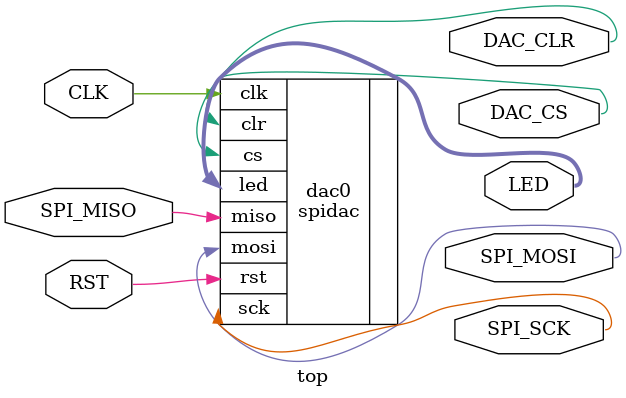
<source format=v>
`timescale 1ns / 1ps
`default_nettype none

`include "board.v"

module top #(
  parameter SPI_CDIV = 50
)
`ifdef BOARD_S3ESK
(
  input wire CLK_50MHZ,
  input wire BTN_SOUTH,
  output wire [7:0] LED,
  output wire DAC_CS,
  output wire DAC_CLR,
  output wire SPI_SCK,
  output wire SPI_MOSI,
  input  wire SPI_MISO,

  /* other wires that needs to be pinned down to use SPI bus */
  output wire SPI_SS_B,
  output wire AMP_CS,
  output wire AD_CONV,
  output wire SF_CE0,
  output wire FPGA_INIT_B
);

wire CLK = CLK_50MHZ;
wire RST = BTN_SOUTH;

// Disable Other Devices on the SPI Bus to Avoid Contention
// - Spartan-3E FPGA Starter Kit Board User Guide, Table 9-2 / us230.pdf
assign SPI_SS_B = 1;
assign AMP_CS = 1;
assign AD_CONV = 0;
assign SF_CE0 = 1;
assign FPGA_INIT_B = 1;

`else
(
  input wire CLK,
  input wire RST,
  output wire [7:0] LED,
  output wire DAC_CS,
  output wire DAC_CLR,
  output wire SPI_SCK,
  output wire SPI_MOSI,
  input  wire SPI_MISO
);
`endif

  spidac #(.CDIV(SPI_CDIV)) dac0(.clk(CLK), .rst(RST), .led(LED),
    .cs(DAC_CS), .clr(DAC_CLR), .mosi(SPI_MOSI), .miso(SPI_MISO), .sck(SPI_SCK));

endmodule

`default_nettype wire

</source>
